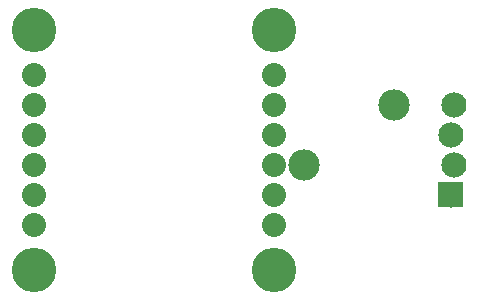
<source format=gts>
G04 MADE WITH FRITZING*
G04 WWW.FRITZING.ORG*
G04 DOUBLE SIDED*
G04 HOLES PLATED*
G04 CONTOUR ON CENTER OF CONTOUR VECTOR*
%ASAXBY*%
%FSLAX23Y23*%
%MOIN*%
%OFA0B0*%
%SFA1.0B1.0*%
%ADD10C,0.148425*%
%ADD11C,0.080000*%
%ADD12C,0.084000*%
%ADD13C,0.104488*%
%ADD14R,0.001000X0.001000*%
%LNMASK1*%
G90*
G70*
G54D10*
X1298Y148D03*
X498Y148D03*
G54D11*
X1298Y298D03*
X1298Y398D03*
X1298Y498D03*
X1298Y598D03*
X1298Y698D03*
X1298Y798D03*
X498Y298D03*
X498Y398D03*
X498Y498D03*
G54D10*
X1298Y948D03*
G54D11*
X498Y598D03*
G54D10*
X498Y948D03*
G54D11*
X498Y698D03*
X498Y798D03*
G54D12*
X1888Y398D03*
X1898Y498D03*
X1888Y598D03*
X1898Y698D03*
X1888Y398D03*
X1898Y498D03*
X1888Y598D03*
X1898Y698D03*
G54D13*
X1698Y698D03*
X1398Y498D03*
G54D14*
X1846Y440D02*
X1929Y440D01*
X1846Y439D02*
X1929Y439D01*
X1846Y438D02*
X1929Y438D01*
X1846Y437D02*
X1929Y437D01*
X1846Y436D02*
X1929Y436D01*
X1846Y435D02*
X1929Y435D01*
X1846Y434D02*
X1929Y434D01*
X1846Y433D02*
X1929Y433D01*
X1846Y432D02*
X1929Y432D01*
X1846Y431D02*
X1929Y431D01*
X1846Y430D02*
X1929Y430D01*
X1846Y429D02*
X1929Y429D01*
X1846Y428D02*
X1929Y428D01*
X1846Y427D02*
X1929Y427D01*
X1846Y426D02*
X1929Y426D01*
X1846Y425D02*
X1929Y425D01*
X1846Y424D02*
X1929Y424D01*
X1846Y423D02*
X1929Y423D01*
X1846Y422D02*
X1929Y422D01*
X1846Y421D02*
X1929Y421D01*
X1846Y420D02*
X1929Y420D01*
X1846Y419D02*
X1929Y419D01*
X1846Y418D02*
X1929Y418D01*
X1846Y417D02*
X1929Y417D01*
X1846Y416D02*
X1929Y416D01*
X1846Y415D02*
X1929Y415D01*
X1846Y414D02*
X1929Y414D01*
X1846Y413D02*
X1882Y413D01*
X1892Y413D02*
X1929Y413D01*
X1846Y412D02*
X1880Y412D01*
X1895Y412D02*
X1929Y412D01*
X1846Y411D02*
X1878Y411D01*
X1896Y411D02*
X1929Y411D01*
X1846Y410D02*
X1877Y410D01*
X1898Y410D02*
X1929Y410D01*
X1846Y409D02*
X1876Y409D01*
X1899Y409D02*
X1929Y409D01*
X1846Y408D02*
X1875Y408D01*
X1899Y408D02*
X1929Y408D01*
X1846Y407D02*
X1874Y407D01*
X1900Y407D02*
X1929Y407D01*
X1846Y406D02*
X1874Y406D01*
X1901Y406D02*
X1929Y406D01*
X1846Y405D02*
X1873Y405D01*
X1901Y405D02*
X1929Y405D01*
X1846Y404D02*
X1873Y404D01*
X1902Y404D02*
X1929Y404D01*
X1846Y403D02*
X1872Y403D01*
X1902Y403D02*
X1929Y403D01*
X1846Y402D02*
X1872Y402D01*
X1902Y402D02*
X1929Y402D01*
X1846Y401D02*
X1872Y401D01*
X1903Y401D02*
X1929Y401D01*
X1846Y400D02*
X1872Y400D01*
X1903Y400D02*
X1929Y400D01*
X1846Y399D02*
X1872Y399D01*
X1903Y399D02*
X1929Y399D01*
X1846Y398D02*
X1872Y398D01*
X1903Y398D02*
X1929Y398D01*
X1846Y397D02*
X1872Y397D01*
X1903Y397D02*
X1929Y397D01*
X1846Y396D02*
X1872Y396D01*
X1903Y396D02*
X1929Y396D01*
X1846Y395D02*
X1872Y395D01*
X1902Y395D02*
X1929Y395D01*
X1846Y394D02*
X1872Y394D01*
X1902Y394D02*
X1929Y394D01*
X1846Y393D02*
X1873Y393D01*
X1902Y393D02*
X1929Y393D01*
X1846Y392D02*
X1873Y392D01*
X1901Y392D02*
X1929Y392D01*
X1846Y391D02*
X1874Y391D01*
X1901Y391D02*
X1929Y391D01*
X1846Y390D02*
X1875Y390D01*
X1900Y390D02*
X1929Y390D01*
X1846Y389D02*
X1875Y389D01*
X1899Y389D02*
X1929Y389D01*
X1846Y388D02*
X1876Y388D01*
X1898Y388D02*
X1929Y388D01*
X1846Y387D02*
X1877Y387D01*
X1897Y387D02*
X1929Y387D01*
X1846Y386D02*
X1879Y386D01*
X1896Y386D02*
X1929Y386D01*
X1846Y385D02*
X1881Y385D01*
X1894Y385D02*
X1929Y385D01*
X1846Y384D02*
X1884Y384D01*
X1891Y384D02*
X1929Y384D01*
X1846Y383D02*
X1929Y383D01*
X1846Y382D02*
X1929Y382D01*
X1846Y381D02*
X1929Y381D01*
X1846Y380D02*
X1929Y380D01*
X1846Y379D02*
X1929Y379D01*
X1846Y378D02*
X1929Y378D01*
X1846Y377D02*
X1929Y377D01*
X1846Y376D02*
X1929Y376D01*
X1846Y375D02*
X1929Y375D01*
X1846Y374D02*
X1929Y374D01*
X1846Y373D02*
X1929Y373D01*
X1846Y372D02*
X1929Y372D01*
X1846Y371D02*
X1929Y371D01*
X1846Y370D02*
X1929Y370D01*
X1846Y369D02*
X1929Y369D01*
X1846Y368D02*
X1929Y368D01*
X1846Y367D02*
X1929Y367D01*
X1846Y366D02*
X1929Y366D01*
X1846Y365D02*
X1929Y365D01*
X1846Y364D02*
X1929Y364D01*
X1846Y363D02*
X1929Y363D01*
X1846Y362D02*
X1929Y362D01*
X1846Y361D02*
X1929Y361D01*
X1846Y360D02*
X1929Y360D01*
X1846Y359D02*
X1929Y359D01*
X1846Y358D02*
X1929Y358D01*
X1846Y357D02*
X1929Y357D01*
D02*
G04 End of Mask1*
M02*
</source>
